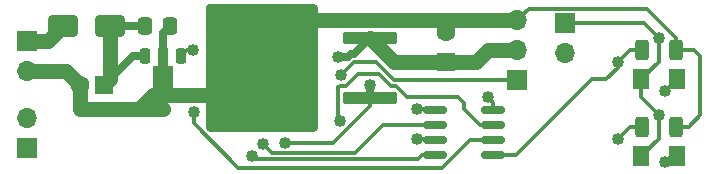
<source format=gtl>
G04 #@! TF.GenerationSoftware,KiCad,Pcbnew,8.0.5*
G04 #@! TF.CreationDate,2024-10-17T19:27:39-07:00*
G04 #@! TF.ProjectId,RocketServo,526f636b-6574-4536-9572-766f2e6b6963,B*
G04 #@! TF.SameCoordinates,Original*
G04 #@! TF.FileFunction,Copper,L1,Top*
G04 #@! TF.FilePolarity,Positive*
%FSLAX46Y46*%
G04 Gerber Fmt 4.6, Leading zero omitted, Abs format (unit mm)*
G04 Created by KiCad (PCBNEW 8.0.5) date 2024-10-17 19:27:39*
%MOMM*%
%LPD*%
G01*
G04 APERTURE LIST*
G04 Aperture macros list*
%AMRoundRect*
0 Rectangle with rounded corners*
0 $1 Rounding radius*
0 $2 $3 $4 $5 $6 $7 $8 $9 X,Y pos of 4 corners*
0 Add a 4 corners polygon primitive as box body*
4,1,4,$2,$3,$4,$5,$6,$7,$8,$9,$2,$3,0*
0 Add four circle primitives for the rounded corners*
1,1,$1+$1,$2,$3*
1,1,$1+$1,$4,$5*
1,1,$1+$1,$6,$7*
1,1,$1+$1,$8,$9*
0 Add four rect primitives between the rounded corners*
20,1,$1+$1,$2,$3,$4,$5,0*
20,1,$1+$1,$4,$5,$6,$7,0*
20,1,$1+$1,$6,$7,$8,$9,0*
20,1,$1+$1,$8,$9,$2,$3,0*%
%AMFreePoly0*
4,1,9,3.862500,-0.866500,0.737500,-0.866500,0.737500,-0.450000,-0.737500,-0.450000,-0.737500,0.450000,0.737500,0.450000,0.737500,0.866500,3.862500,0.866500,3.862500,-0.866500,3.862500,-0.866500,$1*%
G04 Aperture macros list end*
G04 #@! TA.AperFunction,SMDPad,CuDef*
%ADD10RoundRect,0.150000X-0.825000X-0.150000X0.825000X-0.150000X0.825000X0.150000X-0.825000X0.150000X0*%
G04 #@! TD*
G04 #@! TA.AperFunction,SMDPad,CuDef*
%ADD11RoundRect,0.250000X-0.312500X-0.625000X0.312500X-0.625000X0.312500X0.625000X-0.312500X0.625000X0*%
G04 #@! TD*
G04 #@! TA.AperFunction,ComponentPad*
%ADD12R,1.700000X1.700000*%
G04 #@! TD*
G04 #@! TA.AperFunction,ComponentPad*
%ADD13O,1.700000X1.700000*%
G04 #@! TD*
G04 #@! TA.AperFunction,SMDPad,CuDef*
%ADD14RoundRect,0.250000X-0.337500X-0.475000X0.337500X-0.475000X0.337500X0.475000X-0.337500X0.475000X0*%
G04 #@! TD*
G04 #@! TA.AperFunction,ComponentPad*
%ADD15R,1.600000X1.600000*%
G04 #@! TD*
G04 #@! TA.AperFunction,ComponentPad*
%ADD16C,1.600000*%
G04 #@! TD*
G04 #@! TA.AperFunction,SMDPad,CuDef*
%ADD17RoundRect,0.250001X0.462499X0.624999X-0.462499X0.624999X-0.462499X-0.624999X0.462499X-0.624999X0*%
G04 #@! TD*
G04 #@! TA.AperFunction,SMDPad,CuDef*
%ADD18RoundRect,0.250000X2.050000X0.300000X-2.050000X0.300000X-2.050000X-0.300000X2.050000X-0.300000X0*%
G04 #@! TD*
G04 #@! TA.AperFunction,SMDPad,CuDef*
%ADD19RoundRect,0.250000X2.025000X2.375000X-2.025000X2.375000X-2.025000X-2.375000X2.025000X-2.375000X0*%
G04 #@! TD*
G04 #@! TA.AperFunction,SMDPad,CuDef*
%ADD20RoundRect,0.250002X4.449998X5.149998X-4.449998X5.149998X-4.449998X-5.149998X4.449998X-5.149998X0*%
G04 #@! TD*
G04 #@! TA.AperFunction,SMDPad,CuDef*
%ADD21RoundRect,0.225000X-0.225000X0.425000X-0.225000X-0.425000X0.225000X-0.425000X0.225000X0.425000X0*%
G04 #@! TD*
G04 #@! TA.AperFunction,SMDPad,CuDef*
%ADD22FreePoly0,270.000000*%
G04 #@! TD*
G04 #@! TA.AperFunction,SMDPad,CuDef*
%ADD23RoundRect,0.250000X1.000000X0.650000X-1.000000X0.650000X-1.000000X-0.650000X1.000000X-0.650000X0*%
G04 #@! TD*
G04 #@! TA.AperFunction,ViaPad*
%ADD24C,1.016000*%
G04 #@! TD*
G04 #@! TA.AperFunction,Conductor*
%ADD25C,0.304800*%
G04 #@! TD*
G04 #@! TA.AperFunction,Conductor*
%ADD26C,1.270000*%
G04 #@! TD*
G04 #@! TA.AperFunction,Conductor*
%ADD27C,0.635000*%
G04 #@! TD*
G04 APERTURE END LIST*
D10*
X128525000Y-90595000D03*
X128525000Y-91865000D03*
X128525000Y-93135000D03*
X128525000Y-94405000D03*
X133475000Y-94405000D03*
X133475000Y-93135000D03*
X133475000Y-91865000D03*
X133475000Y-90595000D03*
D11*
X146037500Y-92000000D03*
X148962500Y-92000000D03*
D12*
X135500000Y-88040000D03*
D13*
X135500000Y-85500000D03*
X135500000Y-82960000D03*
D14*
X104000000Y-83500000D03*
X106075000Y-83500000D03*
D15*
X100500000Y-88500000D03*
D16*
X98500000Y-88500000D03*
D12*
X94000000Y-93775000D03*
D13*
X94000000Y-91235000D03*
D17*
X148987500Y-94500000D03*
X146012500Y-94500000D03*
D12*
X94000000Y-84725000D03*
D13*
X94000000Y-87265000D03*
D18*
X123000000Y-89540000D03*
D19*
X116275000Y-89775000D03*
X116275000Y-84225000D03*
D20*
X113850000Y-87000000D03*
D19*
X111425000Y-89775000D03*
X111425000Y-84225000D03*
D18*
X123000000Y-84460000D03*
D11*
X146037500Y-85500000D03*
X148962500Y-85500000D03*
D21*
X107000000Y-86000000D03*
D22*
X105500000Y-86087500D03*
D21*
X104000000Y-86000000D03*
D15*
X129500000Y-86500000D03*
D16*
X129500000Y-84000000D03*
D12*
X139500000Y-83225000D03*
D13*
X139500000Y-85765000D03*
D17*
X148987500Y-88000000D03*
X146012500Y-88000000D03*
D23*
X101000000Y-83500000D03*
X97000000Y-83500000D03*
D24*
X127000000Y-90500000D03*
X127000000Y-93000000D03*
X133000000Y-89500000D03*
X113000000Y-94500000D03*
X113850000Y-87000000D03*
X105500000Y-90500000D03*
X123000000Y-88500000D03*
X115856249Y-93356249D03*
X147500000Y-91000000D03*
X108000000Y-85500000D03*
X147500000Y-84500000D03*
X120301592Y-86111482D03*
X148000000Y-89000000D03*
X148000000Y-95000000D03*
X120500000Y-91500000D03*
X144000000Y-93000000D03*
X144000000Y-86500000D03*
X114000000Y-93500000D03*
X108086179Y-90747001D03*
X120600551Y-87606794D03*
D25*
X128430000Y-90500000D02*
X128525000Y-90595000D01*
X127000000Y-90500000D02*
X128430000Y-90500000D01*
X130500000Y-89500000D02*
X126168850Y-89500000D01*
X131000000Y-90500000D02*
X131000000Y-90000000D01*
X130500000Y-89500000D02*
X131000000Y-90000000D01*
X108086179Y-90747001D02*
X108086179Y-91695029D01*
X108086179Y-91695029D02*
X111891150Y-95500000D01*
X131484658Y-93135000D02*
X133475000Y-93135000D01*
X111891150Y-95500000D02*
X129119658Y-95500000D01*
X129119658Y-95500000D02*
X131484658Y-93135000D01*
X127400000Y-94405000D02*
X128525000Y-94405000D01*
X114000000Y-93500000D02*
X114716649Y-94216649D01*
X114716649Y-94216649D02*
X121783351Y-94216649D01*
X124135000Y-91865000D02*
X128525000Y-91865000D01*
X121783351Y-94216649D02*
X124135000Y-91865000D01*
X128390000Y-93000000D02*
X128525000Y-93135000D01*
X127000000Y-93000000D02*
X128390000Y-93000000D01*
X133475000Y-90595000D02*
X133475000Y-89975000D01*
X133475000Y-89975000D02*
X133000000Y-89500000D01*
X133475000Y-91865000D02*
X132365000Y-91865000D01*
X120482806Y-88517194D02*
X120347600Y-88652400D01*
X126168850Y-89500000D02*
X125213650Y-88544800D01*
X125213650Y-88544800D02*
X124830904Y-88544800D01*
X124830904Y-88544800D02*
X123790904Y-87504800D01*
X123790904Y-87504800D02*
X121990046Y-87504800D01*
X132365000Y-91865000D02*
X131000000Y-90500000D01*
X121990046Y-87504800D02*
X120977652Y-88517194D01*
X120977652Y-88517194D02*
X120482806Y-88517194D01*
X120347600Y-88652400D02*
X120347600Y-91347600D01*
X120347600Y-91347600D02*
X120500000Y-91500000D01*
X144000000Y-86500000D02*
X144000000Y-87000000D01*
X144000000Y-87000000D02*
X143000000Y-88000000D01*
X141804999Y-88000000D02*
X135399999Y-94405000D01*
X143000000Y-88000000D02*
X141804999Y-88000000D01*
X135399999Y-94405000D02*
X133475000Y-94405000D01*
X127400000Y-94405000D02*
X127083551Y-94721449D01*
X127083551Y-94721449D02*
X113221449Y-94721449D01*
X113221449Y-94721449D02*
X113000000Y-94500000D01*
D26*
X97265000Y-87265000D02*
X98500000Y-88500000D01*
X103500000Y-90500000D02*
X105500000Y-90500000D01*
D25*
X148962500Y-84462500D02*
X146500000Y-82000000D01*
D26*
X129500000Y-82960000D02*
X117540000Y-82960000D01*
X135500000Y-82960000D02*
X129500000Y-82960000D01*
D27*
X105500000Y-89000000D02*
X105500000Y-86087500D01*
D26*
X111004001Y-89354001D02*
X111425000Y-89775000D01*
D27*
X105500000Y-86087500D02*
X105500000Y-84075000D01*
D25*
X136460000Y-82000000D02*
X135500000Y-82960000D01*
X151000000Y-91000000D02*
X150000000Y-92000000D01*
D26*
X94000000Y-87265000D02*
X97265000Y-87265000D01*
X129500000Y-84000000D02*
X129500000Y-82960000D01*
X117540000Y-82960000D02*
X116275000Y-84225000D01*
D25*
X150500000Y-85500000D02*
X151000000Y-86000000D01*
D26*
X104645999Y-89354001D02*
X111004001Y-89354001D01*
D25*
X151000000Y-86000000D02*
X151000000Y-91000000D01*
D26*
X98500000Y-90500000D02*
X103500000Y-90500000D01*
D27*
X105500000Y-84075000D02*
X106075000Y-83500000D01*
D25*
X146500000Y-82000000D02*
X136460000Y-82000000D01*
X148962500Y-85500000D02*
X150500000Y-85500000D01*
X150000000Y-92000000D02*
X148962500Y-92000000D01*
D26*
X98500000Y-88500000D02*
X98500000Y-90500000D01*
X103500000Y-90500000D02*
X104645999Y-89354001D01*
D25*
X105500000Y-90500000D02*
X105500000Y-86087500D01*
X148962500Y-85500000D02*
X148962500Y-84462500D01*
X123000000Y-89540000D02*
X123000000Y-90287501D01*
D27*
X104000000Y-86000000D02*
X103000000Y-86000000D01*
X103000000Y-86000000D02*
X100500000Y-88500000D01*
X123000000Y-88500000D02*
X123000000Y-89540000D01*
D25*
X123000000Y-90287501D02*
X119931252Y-93356249D01*
D26*
X101000000Y-88000000D02*
X100500000Y-88500000D01*
D27*
X104000000Y-83500000D02*
X101000000Y-83500000D01*
D26*
X101000000Y-83500000D02*
X101000000Y-88000000D01*
D25*
X119931252Y-93356249D02*
X115856249Y-93356249D01*
X147500000Y-91000000D02*
X146012500Y-89512500D01*
X107500000Y-85500000D02*
X107000000Y-86000000D01*
X146225000Y-83225000D02*
X147500000Y-84500000D01*
X108000000Y-85500000D02*
X107500000Y-85500000D01*
X147500000Y-86512500D02*
X147500000Y-84500000D01*
X147500000Y-93012500D02*
X147500000Y-91000000D01*
X139500000Y-83225000D02*
X146225000Y-83225000D01*
X146012500Y-94500000D02*
X147500000Y-93012500D01*
X146012500Y-88000000D02*
X147500000Y-86512500D01*
X146012500Y-89512500D02*
X146012500Y-88000000D01*
D26*
X129500000Y-86500000D02*
X125040000Y-86500000D01*
X133000000Y-85500000D02*
X135500000Y-85500000D01*
D27*
X121429863Y-85830100D02*
X121148481Y-86111482D01*
X121148481Y-86111482D02*
X120301592Y-86111482D01*
X123000000Y-84460000D02*
X121629900Y-85830100D01*
D26*
X129500000Y-86500000D02*
X132000000Y-86500000D01*
X132000000Y-86500000D02*
X133000000Y-85500000D01*
X125040000Y-86500000D02*
X123000000Y-84460000D01*
D27*
X121629900Y-85830100D02*
X121429863Y-85830100D01*
D26*
X95775000Y-84725000D02*
X97000000Y-83500000D01*
X94000000Y-84725000D02*
X95775000Y-84725000D01*
D25*
X148000000Y-89000000D02*
X148000000Y-88987500D01*
X148000000Y-88987500D02*
X148987500Y-88000000D01*
X148987500Y-94500000D02*
X148500000Y-94500000D01*
X148500000Y-94500000D02*
X148000000Y-95000000D01*
X145000000Y-92000000D02*
X144000000Y-93000000D01*
X146037500Y-92000000D02*
X145000000Y-92000000D01*
X146037500Y-85500000D02*
X145000000Y-85500000D01*
X145000000Y-85500000D02*
X144000000Y-86500000D01*
X121707345Y-86500000D02*
X120600551Y-87606794D01*
X123500000Y-86500000D02*
X121707345Y-86500000D01*
X135500000Y-88040000D02*
X125040000Y-88040000D01*
X125040000Y-88040000D02*
X123500000Y-86500000D01*
M02*

</source>
